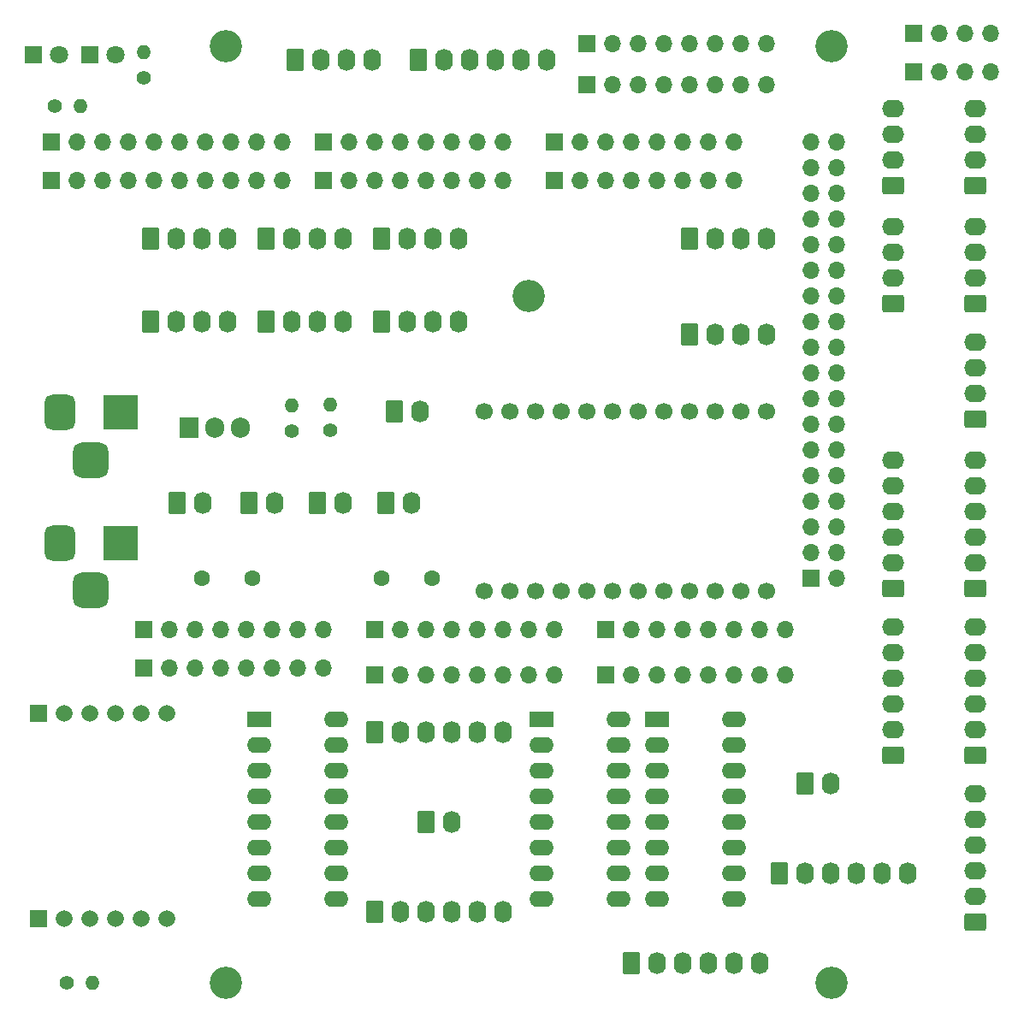
<source format=gbr>
%TF.GenerationSoftware,KiCad,Pcbnew,7.0.9*%
%TF.CreationDate,2023-12-05T19:44:07+10:00*%
%TF.ProjectId,Forward Console General Output,466f7277-6172-4642-9043-6f6e736f6c65,rev?*%
%TF.SameCoordinates,Original*%
%TF.FileFunction,Soldermask,Top*%
%TF.FilePolarity,Negative*%
%FSLAX46Y46*%
G04 Gerber Fmt 4.6, Leading zero omitted, Abs format (unit mm)*
G04 Created by KiCad (PCBNEW 7.0.9) date 2023-12-05 19:44:07*
%MOMM*%
%LPD*%
G01*
G04 APERTURE LIST*
G04 Aperture macros list*
%AMRoundRect*
0 Rectangle with rounded corners*
0 $1 Rounding radius*
0 $2 $3 $4 $5 $6 $7 $8 $9 X,Y pos of 4 corners*
0 Add a 4 corners polygon primitive as box body*
4,1,4,$2,$3,$4,$5,$6,$7,$8,$9,$2,$3,0*
0 Add four circle primitives for the rounded corners*
1,1,$1+$1,$2,$3*
1,1,$1+$1,$4,$5*
1,1,$1+$1,$6,$7*
1,1,$1+$1,$8,$9*
0 Add four rect primitives between the rounded corners*
20,1,$1+$1,$2,$3,$4,$5,0*
20,1,$1+$1,$4,$5,$6,$7,0*
20,1,$1+$1,$6,$7,$8,$9,0*
20,1,$1+$1,$8,$9,$2,$3,0*%
G04 Aperture macros list end*
%ADD10RoundRect,0.250000X-0.620000X-0.845000X0.620000X-0.845000X0.620000X0.845000X-0.620000X0.845000X0*%
%ADD11O,1.740000X2.190000*%
%ADD12R,1.700000X1.700000*%
%ADD13O,1.700000X1.700000*%
%ADD14C,1.700000*%
%ADD15C,1.400000*%
%ADD16O,1.400000X1.400000*%
%ADD17O,2.400000X1.600000*%
%ADD18R,2.400000X1.600000*%
%ADD19RoundRect,0.250000X0.845000X-0.620000X0.845000X0.620000X-0.845000X0.620000X-0.845000X-0.620000X0*%
%ADD20O,2.190000X1.740000*%
%ADD21C,3.200000*%
%ADD22C,1.600000*%
%ADD23R,3.500000X3.500000*%
%ADD24RoundRect,0.750000X-0.750000X-1.000000X0.750000X-1.000000X0.750000X1.000000X-0.750000X1.000000X0*%
%ADD25RoundRect,0.875000X-0.875000X-0.875000X0.875000X-0.875000X0.875000X0.875000X-0.875000X0.875000X0*%
%ADD26R,1.905000X2.000000*%
%ADD27O,1.905000X2.000000*%
%ADD28R,1.800000X1.800000*%
%ADD29C,1.800000*%
%ADD30R,1.665000X1.665000*%
%ADD31C,1.665000*%
G04 APERTURE END LIST*
D10*
%TO.C,J60*%
X181915000Y-58725000D03*
D11*
X184455000Y-58725000D03*
X186995000Y-58725000D03*
X189535000Y-58725000D03*
%TD*%
D10*
%TO.C,J59*%
X181915000Y-68250000D03*
D11*
X184455000Y-68250000D03*
X186995000Y-68250000D03*
X189535000Y-68250000D03*
%TD*%
D10*
%TO.C,J58*%
X151435000Y-58725000D03*
D11*
X153975000Y-58725000D03*
X156515000Y-58725000D03*
X159055000Y-58725000D03*
%TD*%
D10*
%TO.C,J57*%
X151435000Y-67000000D03*
D11*
X153975000Y-67000000D03*
X156515000Y-67000000D03*
X159055000Y-67000000D03*
%TD*%
D10*
%TO.C,J56*%
X140005000Y-58725000D03*
D11*
X142545000Y-58725000D03*
X145085000Y-58725000D03*
X147625000Y-58725000D03*
%TD*%
D10*
%TO.C,J55*%
X140005000Y-66980000D03*
D11*
X142545000Y-66980000D03*
X145085000Y-66980000D03*
X147625000Y-66980000D03*
%TD*%
D10*
%TO.C,J36*%
X128575000Y-58745000D03*
D11*
X131115000Y-58745000D03*
X133655000Y-58745000D03*
X136195000Y-58745000D03*
%TD*%
%TO.C,J21*%
X136195000Y-66980000D03*
X133655000Y-66980000D03*
X131115000Y-66980000D03*
D10*
X128575000Y-66980000D03*
%TD*%
D12*
%TO.C,J45*%
X193980000Y-92380000D03*
D13*
X196520000Y-92380000D03*
X193980000Y-89840000D03*
X196520000Y-89840000D03*
X193980000Y-87300000D03*
X196520000Y-87300000D03*
X193980000Y-84760000D03*
X196520000Y-84760000D03*
X193980000Y-82220000D03*
X196520000Y-82220000D03*
X193980000Y-79680000D03*
X196520000Y-79680000D03*
X193980000Y-77140000D03*
X196520000Y-77140000D03*
X193980000Y-74600000D03*
X196520000Y-74600000D03*
X193980000Y-72060000D03*
X196520000Y-72060000D03*
X193980000Y-69520000D03*
X196520000Y-69520000D03*
X193980000Y-66980000D03*
X196520000Y-66980000D03*
X193980000Y-64440000D03*
X196520000Y-64440000D03*
X193980000Y-61900000D03*
X196520000Y-61900000D03*
X193980000Y-59360000D03*
X196520000Y-59360000D03*
X193980000Y-56820000D03*
X196520000Y-56820000D03*
X193980000Y-54280000D03*
X196520000Y-54280000D03*
X193980000Y-51740000D03*
X196520000Y-51740000D03*
X193980000Y-49200000D03*
X196520000Y-49200000D03*
%TD*%
D12*
%TO.C,J42*%
X127940000Y-97460000D03*
D13*
X130480000Y-97460000D03*
X133020000Y-97460000D03*
X135560000Y-97460000D03*
X138100000Y-97460000D03*
X140640000Y-97460000D03*
X143180000Y-97460000D03*
X145720000Y-97460000D03*
%TD*%
D12*
%TO.C,J43*%
X150800000Y-97460000D03*
D13*
X153340000Y-97460000D03*
X155880000Y-97460000D03*
X158420000Y-97460000D03*
X160960000Y-97460000D03*
X163500000Y-97460000D03*
X166040000Y-97460000D03*
X168580000Y-97460000D03*
%TD*%
D12*
%TO.C,J44*%
X173660000Y-97460000D03*
D13*
X176200000Y-97460000D03*
X178740000Y-97460000D03*
X181280000Y-97460000D03*
X183820000Y-97460000D03*
X186360000Y-97460000D03*
X188900000Y-97460000D03*
X191440000Y-97460000D03*
%TD*%
D12*
%TO.C,J46*%
X118796000Y-49200000D03*
D13*
X121336000Y-49200000D03*
X123876000Y-49200000D03*
X126416000Y-49200000D03*
X128956000Y-49200000D03*
X131496000Y-49200000D03*
X134036000Y-49200000D03*
X136576000Y-49200000D03*
X139116000Y-49200000D03*
X141656000Y-49200000D03*
%TD*%
D12*
%TO.C,J47*%
X145720000Y-49200000D03*
D13*
X148260000Y-49200000D03*
X150800000Y-49200000D03*
X153340000Y-49200000D03*
X155880000Y-49200000D03*
X158420000Y-49200000D03*
X160960000Y-49200000D03*
X163500000Y-49200000D03*
%TD*%
D12*
%TO.C,J48*%
X168580000Y-49200000D03*
D13*
X171120000Y-49200000D03*
X173660000Y-49200000D03*
X176200000Y-49200000D03*
X178740000Y-49200000D03*
X181280000Y-49200000D03*
X183820000Y-49200000D03*
X186360000Y-49200000D03*
%TD*%
D14*
%TO.C,U4*%
X161595000Y-93650000D03*
X164135000Y-93650000D03*
X166675000Y-93650000D03*
X169215000Y-93650000D03*
X171755000Y-93650000D03*
X174295000Y-93650000D03*
X176835000Y-93650000D03*
X179375000Y-93650000D03*
X181915000Y-93650000D03*
X184455000Y-93650000D03*
X186995000Y-93650000D03*
X189535000Y-93650000D03*
X189535000Y-75870000D03*
X186995000Y-75870000D03*
X184455000Y-75870000D03*
X181915000Y-75870000D03*
X179375000Y-75870000D03*
X176835000Y-75870000D03*
X174295000Y-75870000D03*
X171755000Y-75870000D03*
X169215000Y-75870000D03*
X166675000Y-75870000D03*
X164135000Y-75870000D03*
X161595000Y-75870000D03*
%TD*%
D15*
%TO.C,R4*%
X119100000Y-45644000D03*
D16*
X121640000Y-45644000D03*
%TD*%
D17*
%TO.C,U2*%
X186360000Y-106350000D03*
X186360000Y-108890000D03*
X186360000Y-111430000D03*
X186360000Y-113970000D03*
X186360000Y-116510000D03*
X186360000Y-119050000D03*
X186360000Y-121590000D03*
X186360000Y-124130000D03*
X178740000Y-124130000D03*
X178740000Y-121590000D03*
X178740000Y-119050000D03*
X178740000Y-116510000D03*
X178740000Y-113970000D03*
X178740000Y-111430000D03*
X178740000Y-108890000D03*
D18*
X178740000Y-106350000D03*
%TD*%
D10*
%TO.C,J54*%
X150800000Y-125400000D03*
D11*
X153340000Y-125400000D03*
X155880000Y-125400000D03*
X158420000Y-125400000D03*
X160960000Y-125400000D03*
X163500000Y-125400000D03*
%TD*%
D19*
%TO.C,J35*%
X210236000Y-76632000D03*
D20*
X210236000Y-74092000D03*
X210236000Y-71552000D03*
X210236000Y-69012000D03*
%TD*%
D15*
%TO.C,R5*%
X120325000Y-132385000D03*
D16*
X122865000Y-132385000D03*
%TD*%
D10*
%TO.C,J51*%
X190805000Y-121590000D03*
D11*
X193345000Y-121590000D03*
X195885000Y-121590000D03*
X198425000Y-121590000D03*
X200965000Y-121590000D03*
X203505000Y-121590000D03*
%TD*%
D19*
%TO.C,J39*%
X202128000Y-65175000D03*
D20*
X202128000Y-62635000D03*
X202128000Y-60095000D03*
X202128000Y-57555000D03*
%TD*%
D12*
%TO.C,J33*%
X173660000Y-101905000D03*
D13*
X176200000Y-101905000D03*
X178740000Y-101905000D03*
X181280000Y-101905000D03*
X183820000Y-101905000D03*
X186360000Y-101905000D03*
X188900000Y-101905000D03*
X191440000Y-101905000D03*
%TD*%
D21*
%TO.C,H2*%
X196020000Y-132385000D03*
%TD*%
D10*
%TO.C,J53*%
X193345000Y-112720000D03*
D11*
X195885000Y-112720000D03*
%TD*%
D12*
%TO.C,J11*%
X171755000Y-43485000D03*
D13*
X174295000Y-43485000D03*
X176835000Y-43485000D03*
X179375000Y-43485000D03*
X181915000Y-43485000D03*
X184455000Y-43485000D03*
X186995000Y-43485000D03*
X189535000Y-43485000D03*
%TD*%
D19*
%TO.C,J28*%
X202128000Y-109906000D03*
D20*
X202128000Y-107366000D03*
X202128000Y-104826000D03*
X202128000Y-102286000D03*
X202128000Y-99746000D03*
X202128000Y-97206000D03*
%TD*%
D12*
%TO.C,J41*%
X127940000Y-101270000D03*
D13*
X130480000Y-101270000D03*
X133020000Y-101270000D03*
X135560000Y-101270000D03*
X138100000Y-101270000D03*
X140640000Y-101270000D03*
X143180000Y-101270000D03*
X145720000Y-101270000D03*
%TD*%
D12*
%TO.C,J16*%
X171755000Y-39470000D03*
D13*
X174295000Y-39470000D03*
X176835000Y-39470000D03*
X179375000Y-39470000D03*
X181915000Y-39470000D03*
X184455000Y-39470000D03*
X186995000Y-39470000D03*
X189535000Y-39470000D03*
%TD*%
D10*
%TO.C,J14*%
X151925000Y-84887000D03*
D11*
X154465000Y-84887000D03*
%TD*%
D10*
%TO.C,J50*%
X150800000Y-107620000D03*
D11*
X153340000Y-107620000D03*
X155880000Y-107620000D03*
X158420000Y-107620000D03*
X160960000Y-107620000D03*
X163500000Y-107620000D03*
%TD*%
D22*
%TO.C,C1*%
X133695000Y-92380000D03*
X138695000Y-92380000D03*
%TD*%
D10*
%TO.C,J9*%
X152705000Y-75870000D03*
D11*
X155245000Y-75870000D03*
%TD*%
D12*
%TO.C,J10*%
X204140000Y-42215000D03*
D13*
X206680000Y-42215000D03*
X209220000Y-42215000D03*
X211760000Y-42215000D03*
%TD*%
D19*
%TO.C,J40*%
X210236000Y-53518000D03*
D20*
X210236000Y-50978000D03*
X210236000Y-48438000D03*
X210236000Y-45898000D03*
%TD*%
D19*
%TO.C,J27*%
X210256000Y-126407000D03*
D20*
X210256000Y-123867000D03*
X210256000Y-121327000D03*
X210256000Y-118787000D03*
X210256000Y-116247000D03*
X210256000Y-113707000D03*
%TD*%
D10*
%TO.C,J19*%
X145085000Y-84887000D03*
D11*
X147625000Y-84887000D03*
%TD*%
D15*
%TO.C,R1*%
X142545000Y-77775000D03*
D16*
X142545000Y-75235000D03*
%TD*%
D10*
%TO.C,J34*%
X142926000Y-41092000D03*
D11*
X145466000Y-41092000D03*
X148006000Y-41092000D03*
X150546000Y-41092000D03*
%TD*%
D10*
%TO.C,J6*%
X131224000Y-84887000D03*
D11*
X133764000Y-84887000D03*
%TD*%
D10*
%TO.C,J3*%
X138354000Y-84887000D03*
D11*
X140894000Y-84887000D03*
%TD*%
D21*
%TO.C,H3*%
X196020000Y-39675000D03*
%TD*%
D12*
%TO.C,J26*%
X168580000Y-53010000D03*
D13*
X171120000Y-53010000D03*
X173660000Y-53010000D03*
X176200000Y-53010000D03*
X178740000Y-53010000D03*
X181280000Y-53010000D03*
X183820000Y-53010000D03*
X186360000Y-53010000D03*
%TD*%
D19*
%TO.C,J29*%
X210256000Y-109906000D03*
D20*
X210256000Y-107366000D03*
X210256000Y-104826000D03*
X210256000Y-102286000D03*
X210256000Y-99746000D03*
X210256000Y-97206000D03*
%TD*%
D19*
%TO.C,J37*%
X202128000Y-53518000D03*
D20*
X202128000Y-50978000D03*
X202128000Y-48438000D03*
X202128000Y-45898000D03*
%TD*%
D18*
%TO.C,U5*%
X139370000Y-106350000D03*
D17*
X139370000Y-108890000D03*
X139370000Y-111430000D03*
X139370000Y-113970000D03*
X139370000Y-116510000D03*
X139370000Y-119050000D03*
X139370000Y-121590000D03*
X139370000Y-124130000D03*
X146990000Y-124130000D03*
X146990000Y-121590000D03*
X146990000Y-119050000D03*
X146990000Y-116510000D03*
X146990000Y-113970000D03*
X146990000Y-111430000D03*
X146990000Y-108890000D03*
X146990000Y-106350000D03*
%TD*%
D23*
%TO.C,J22*%
X125660000Y-88882500D03*
D24*
X119660000Y-88882500D03*
D25*
X122660000Y-93582500D03*
%TD*%
D19*
%TO.C,J31*%
X210236000Y-93396000D03*
D20*
X210236000Y-90856000D03*
X210236000Y-88316000D03*
X210236000Y-85776000D03*
X210236000Y-83236000D03*
X210236000Y-80696000D03*
%TD*%
D12*
%TO.C,J25*%
X145720000Y-53010000D03*
D13*
X148260000Y-53010000D03*
X150800000Y-53010000D03*
X153340000Y-53010000D03*
X155880000Y-53010000D03*
X158420000Y-53010000D03*
X160960000Y-53010000D03*
X163500000Y-53010000D03*
%TD*%
D12*
%TO.C,J32*%
X150800000Y-101905000D03*
D13*
X153340000Y-101905000D03*
X155880000Y-101905000D03*
X158420000Y-101905000D03*
X160960000Y-101905000D03*
X163500000Y-101905000D03*
X166040000Y-101905000D03*
X168580000Y-101905000D03*
%TD*%
D18*
%TO.C,U3*%
X167310000Y-106350000D03*
D17*
X167310000Y-108890000D03*
X167310000Y-111430000D03*
X167310000Y-113970000D03*
X167310000Y-116510000D03*
X167310000Y-119050000D03*
X167310000Y-121590000D03*
X167310000Y-124130000D03*
X174930000Y-124130000D03*
X174930000Y-121590000D03*
X174930000Y-119050000D03*
X174930000Y-116510000D03*
X174930000Y-113970000D03*
X174930000Y-111430000D03*
X174930000Y-108890000D03*
X174930000Y-106350000D03*
%TD*%
D26*
%TO.C,Q1*%
X132385000Y-77450000D03*
D27*
X134925000Y-77450000D03*
X137465000Y-77450000D03*
%TD*%
D28*
%TO.C,D1*%
X122601000Y-40564000D03*
D29*
X125141000Y-40564000D03*
%TD*%
D23*
%TO.C,J20*%
X125660000Y-75945000D03*
D24*
X119660000Y-75945000D03*
D25*
X122660000Y-80645000D03*
%TD*%
D12*
%TO.C,J15*%
X204140000Y-38405000D03*
D13*
X206680000Y-38405000D03*
X209220000Y-38405000D03*
X211760000Y-38405000D03*
%TD*%
D15*
%TO.C,R3*%
X127940000Y-42800000D03*
D16*
X127940000Y-40260000D03*
%TD*%
D19*
%TO.C,J38*%
X210236000Y-65175000D03*
D20*
X210236000Y-62635000D03*
X210236000Y-60095000D03*
X210236000Y-57555000D03*
%TD*%
D21*
%TO.C,MH1*%
X166040000Y-64440000D03*
%TD*%
D30*
%TO.C,U1*%
X117495000Y-126035000D03*
D31*
X120035000Y-126035000D03*
X122575000Y-126035000D03*
X125115000Y-126035000D03*
X127655000Y-126035000D03*
X130195000Y-126035000D03*
D30*
X117495000Y-105715000D03*
D31*
X120035000Y-105715000D03*
X122575000Y-105715000D03*
X125115000Y-105715000D03*
X127655000Y-105715000D03*
X130195000Y-105715000D03*
%TD*%
D10*
%TO.C,J23*%
X155118000Y-41092000D03*
D11*
X157658000Y-41092000D03*
X160198000Y-41092000D03*
X162738000Y-41092000D03*
X165278000Y-41092000D03*
X167818000Y-41092000D03*
%TD*%
D12*
%TO.C,J24*%
X118796000Y-52985000D03*
D13*
X121336000Y-52985000D03*
X123876000Y-52985000D03*
X126416000Y-52985000D03*
X128956000Y-52985000D03*
X131496000Y-52985000D03*
X134036000Y-52985000D03*
X136576000Y-52985000D03*
X139116000Y-52985000D03*
X141656000Y-52985000D03*
%TD*%
D21*
%TO.C,H1*%
X136020000Y-132385000D03*
%TD*%
D10*
%TO.C,J49*%
X155880000Y-116530000D03*
D11*
X158420000Y-116530000D03*
%TD*%
D15*
%TO.C,R2*%
X146355000Y-77725000D03*
D16*
X146355000Y-75185000D03*
%TD*%
D19*
%TO.C,J30*%
X202128000Y-93396000D03*
D20*
X202128000Y-90856000D03*
X202128000Y-88316000D03*
X202128000Y-85776000D03*
X202128000Y-83236000D03*
X202128000Y-80696000D03*
%TD*%
D28*
%TO.C,D2*%
X117013000Y-40564000D03*
D29*
X119553000Y-40564000D03*
%TD*%
D10*
%TO.C,J52*%
X176200000Y-130480000D03*
D11*
X178740000Y-130480000D03*
X181280000Y-130480000D03*
X183820000Y-130480000D03*
X186360000Y-130480000D03*
X188900000Y-130480000D03*
%TD*%
D22*
%TO.C,C2*%
X151435000Y-92380000D03*
X156435000Y-92380000D03*
%TD*%
D21*
%TO.C,H4*%
X136020000Y-39675000D03*
%TD*%
M02*

</source>
